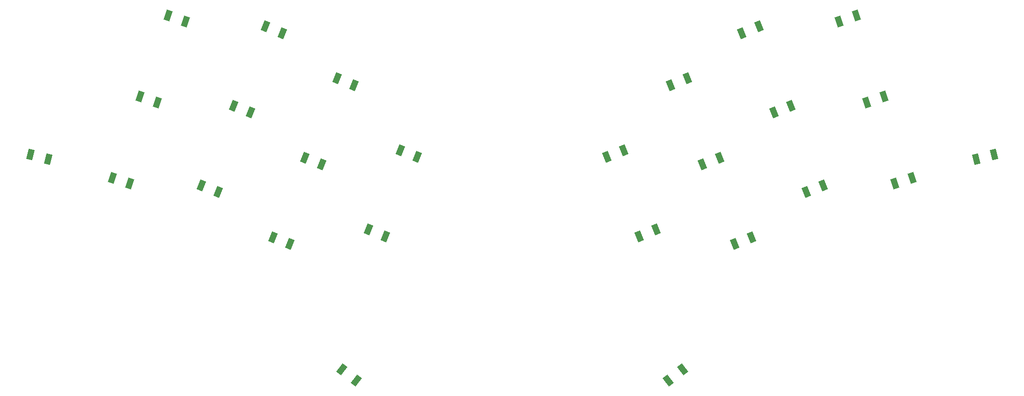
<source format=gbr>
%TF.GenerationSoftware,KiCad,Pcbnew,8.0.5*%
%TF.CreationDate,2024-09-08T16:16:33+10:00*%
%TF.ProjectId,akohekohe,616b6f68-656b-46f6-9865-2e6b69636164,0.1*%
%TF.SameCoordinates,Original*%
%TF.FileFunction,Paste,Top*%
%TF.FilePolarity,Positive*%
%FSLAX46Y46*%
G04 Gerber Fmt 4.6, Leading zero omitted, Abs format (unit mm)*
G04 Created by KiCad (PCBNEW 8.0.5) date 2024-09-08 16:16:33*
%MOMM*%
%LPD*%
G01*
G04 APERTURE LIST*
G04 Aperture macros list*
%AMRotRect*
0 Rectangle, with rotation*
0 The origin of the aperture is its center*
0 $1 length*
0 $2 width*
0 $3 Rotation angle, in degrees counterclockwise*
0 Add horizontal line*
21,1,$1,$2,0,0,$3*%
G04 Aperture macros list end*
%ADD10RotRect,1.100000X1.900000X202.000000*%
%ADD11RotRect,1.100000X1.900000X199.000000*%
%ADD12RotRect,1.100000X1.900000X158.000000*%
%ADD13RotRect,1.100000X1.900000X194.000000*%
%ADD14RotRect,1.100000X1.900000X161.000000*%
%ADD15RotRect,1.100000X1.900000X217.000000*%
%ADD16RotRect,1.100000X1.900000X143.000000*%
%ADD17RotRect,1.100000X1.900000X166.000000*%
G04 APERTURE END LIST*
D10*
%TO.C,S24*%
X181216882Y-109203537D03*
X178157182Y-110439743D03*
%TD*%
D11*
%TO.C,S14*%
X233326810Y-114192899D03*
X230206599Y-115267274D03*
%TD*%
D12*
%TO.C,S8*%
X120785993Y-126190379D03*
X117726293Y-124954173D03*
%TD*%
D13*
%TO.C,S13*%
X248115078Y-110021687D03*
X244913103Y-110820047D03*
%TD*%
D10*
%TO.C,S19*%
X205604792Y-86812221D03*
X202545092Y-88048427D03*
%TD*%
%TO.C,S21*%
X198491444Y-110582808D03*
X195431744Y-111819014D03*
%TD*%
%TO.C,S22*%
X192685038Y-96211464D03*
X189625338Y-97447670D03*
%TD*%
D12*
%TO.C,S12*%
X143866948Y-110439738D03*
X140807248Y-109203532D03*
%TD*%
D14*
%TO.C,S2*%
X91817568Y-115267281D03*
X88697357Y-114192906D03*
%TD*%
D12*
%TO.C,S7*%
X119479053Y-88048417D03*
X116419353Y-86812211D03*
%TD*%
D15*
%TO.C,S26*%
X191819739Y-148899988D03*
X189184246Y-150885982D03*
%TD*%
D12*
%TO.C,S5*%
X107866268Y-116791127D03*
X104806568Y-115554921D03*
%TD*%
D10*
%TO.C,S17*%
X217217598Y-115554912D03*
X214157898Y-116791118D03*
%TD*%
D11*
%TO.C,S16*%
X223234199Y-84881832D03*
X220113988Y-85956207D03*
%TD*%
D16*
%TO.C,S25*%
X132839913Y-150885978D03*
X130204421Y-148899984D03*
%TD*%
D14*
%TO.C,S3*%
X96863869Y-100611743D03*
X93743658Y-99537368D03*
%TD*%
D11*
%TO.C,S15*%
X228280503Y-99537361D03*
X225160292Y-100611736D03*
%TD*%
D10*
%TO.C,S20*%
X204297842Y-124954152D03*
X201238142Y-126190358D03*
%TD*%
%TO.C,S18*%
X211411206Y-101183579D03*
X208351506Y-102419785D03*
%TD*%
D12*
%TO.C,S9*%
X126592407Y-111819016D03*
X123532707Y-110582810D03*
%TD*%
%TO.C,S6*%
X113672645Y-102419766D03*
X110612945Y-101183560D03*
%TD*%
D10*
%TO.C,S23*%
X187023283Y-123574884D03*
X183963583Y-124811090D03*
%TD*%
D12*
%TO.C,S10*%
X132398803Y-97447652D03*
X129339103Y-96211446D03*
%TD*%
D17*
%TO.C,S1*%
X77111054Y-110820016D03*
X73909077Y-110021671D03*
%TD*%
D12*
%TO.C,S11*%
X138060556Y-124811097D03*
X135000856Y-123574891D03*
%TD*%
D14*
%TO.C,S4*%
X101910172Y-85956199D03*
X98789961Y-84881824D03*
%TD*%
M02*

</source>
